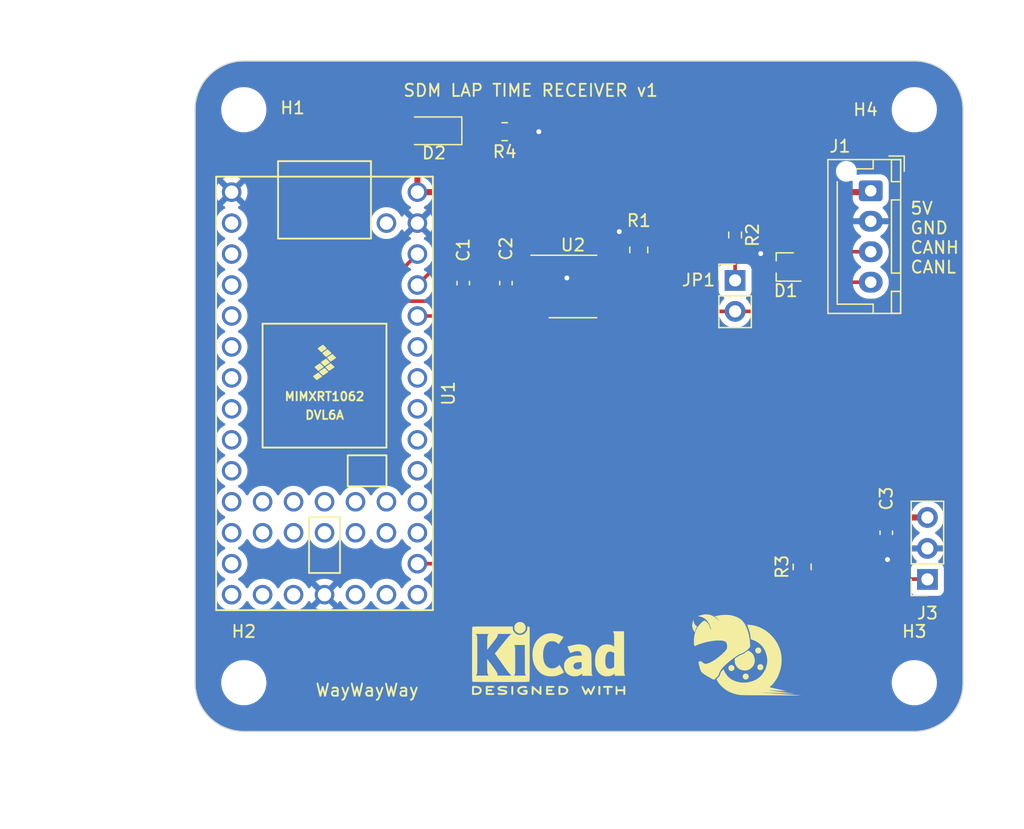
<source format=kicad_pcb>
(kicad_pcb (version 20221018) (generator pcbnew)
  (layers (0 "F.Cu" signal) (31 "B.Cu" signal) (34 "B.Paste" user) (35 "F.Paste" user) (36 "B.SilkS" user "B.Silkscreen") (37 "F.SilkS" user "F.Silkscreen") (38 "B.Mask" user) (39 "F.Mask" user) (44 "Edge.Cuts" user))
  (net 0 "")
  (net 1 "+3.3V")
  (net 2 "GND")
  (net 3 "/CANH")
  (net 4 "+5V")
  (net 5 "/IRout")
  (net 6 "Net-(JP1-A)")
  (net 7 "Net-(U2-Rs)")
  (net 20 "/CTX")
  (net 21 "/CRX")
  (net 46 "/CANL")
  (net 48 "Net-(D2-K)")
  (footprint "Symbol:KiCad-Logo2_5mm_SilkScreen" (layer "F.Cu") (at 160 117)
    (fp_text reference "REF**" hide)
    (fp_text value "KiCad-Logo2_5mm_SilkScreen" hide)
  )
  (footprint "Capacitor_SMD:C_0603_1608Metric" (layer "F.Cu") (at 187.7 106.7 90)
    (fp_text reference "C3" (at 2.8 0 90) (layer "F.SilkS"))
    (fp_text value "100nF" hide)
    (pad "1" smd roundrect (at -0.775 0 90) (size 0.9 0.95) (layers "F.Cu" "F.Paste" "F.Mask") (net 2 "GND"))
    (pad "2" smd roundrect (at 0.775 0 90) (size 0.9 0.95) (layers "F.Cu" "F.Paste" "F.Mask") (net 1 "+3.3V"))
  )
  (footprint "MountingHole:MountingHole_3.2mm_M3" (layer "F.Cu") (at 135 119)
    (fp_text reference "H2" (at 0 -4.2) (layer "F.SilkS"))
    (fp_text value "MountingHole")
    (pad "" np_thru_hole circle (at 0 0) (size 3.2 3.2) (drill 3.2) (layers "*.Cu" "*.Mask"))
  )
  (footprint "Resistor_SMD:R_0805_2012Metric_Pad1.20x1.40mm_HandSolder" (layer "F.Cu") (at 180.8 109.5 90)
    (fp_text reference "R3" (at 0 -1.65 90) (layer "F.SilkS"))
    (fp_text value "10k" hide)
    (pad "1" smd roundrect (at -1 0 90) (size 1.2 1.4) (layers "F.Cu" "F.Paste" "F.Mask") (roundrect_rratio 0.2083333333) (net 5 "/IRout"))
    (pad "2" smd roundrect (at 1 0 90) (size 1.2 1.4) (layers "F.Cu" "F.Paste" "F.Mask") (roundrect_rratio 0.2083333333) (net 1 "+3.3V"))
  )
  (footprint "MountingHole:MountingHole_3.2mm_M3" (layer "F.Cu") (at 135 72)
    (fp_text reference "H1" (at 4 -0.15) (layer "F.SilkS"))
    (fp_text value "MountingHole")
    (pad "" np_thru_hole circle (at 0 0) (size 3.2 3.2) (drill 3.2) (layers "*.Cu" "*.Mask"))
  )
  (footprint "LED_SMD:LED_1206_3216Metric" (layer "F.Cu") (at 150.6 73.73 180)
    (fp_text reference "D2" (at 0 -1.82) (layer "F.SilkS"))
    (fp_text value "RED")
    (pad "1" smd roundrect (at -1.4 0 180) (size 1.25 1.75) (layers "F.Cu" "F.Paste" "F.Mask") (roundrect_rratio 0.2) (net 48 "Net-(D2-K)"))
    (pad "2" smd roundrect (at 1.4 0 180) (size 1.25 1.75) (layers "F.Cu" "F.Paste" "F.Mask") (roundrect_rratio 0.2) (net 4 "+5V"))
  )
  (footprint "LOGO" (layer "F.Cu") (at 176 117)
    (fp_text reference "G***" hide)
    (fp_text value "LOGO" hide)
  )
  (footprint "Resistor_SMD:R_0805_2012Metric" (layer "F.Cu") (at 156.4 73.8 180)
    (fp_text reference "R4" (at 0 -1.65) (layer "F.SilkS"))
    (fp_text value "160")
    (pad "1" smd roundrect (at -0.9125 0 180) (size 1.025 1.4) (layers "F.Cu" "F.Paste" "F.Mask") (roundrect_rratio 0.243902439) (net 2 "GND"))
    (pad "2" smd roundrect (at 0.9125 0 180) (size 1.025 1.4) (layers "F.Cu" "F.Paste" "F.Mask") (roundrect_rratio 0.243902439) (net 48 "Net-(D2-K)"))
  )
  (footprint "MountingHole:MountingHole_3.2mm_M3" (layer "F.Cu") (at 190 119)
    (fp_text reference "H3" (at 0 -4.2) (layer "F.SilkS"))
    (fp_text value "MountingHole")
    (pad "" np_thru_hole circle (at 0 0) (size 3.2 3.2) (drill 3.2) (layers "*.Cu" "*.Mask"))
  )
  (footprint "Package_TO_SOT_SMD:SOT-323_SC-70" (layer "F.Cu") (at 179.4 84.9 180)
    (fp_text reference "D1" (at -0.05 -1.95) (layer "F.SilkS"))
    (fp_text value "D_TVS_Dual_AAC")
    (pad "1" smd rect (at -1 -0.65 90) (size 0.45 0.7) (layers "F.Cu" "F.Paste" "F.Mask") (net 46 "/CANL"))
    (pad "2" smd rect (at -1 0.65 90) (size 0.45 0.7) (layers "F.Cu" "F.Paste" "F.Mask") (net 3 "/CANH"))
    (pad "3" smd rect (at 1 0 90) (size 0.45 0.7) (layers "F.Cu" "F.Paste" "F.Mask") (net 2 "GND"))
  )
  (footprint "Connector_PinHeader_2.54mm:PinHeader_1x02_P2.54mm_Vertical" (layer "F.Cu") (at 175.3 86)
    (fp_text reference "JP1" (at -3 -0.025) (layer "F.SilkS"))
    (fp_text value "Bus_Termination" hide)
    (pad "1" thru_hole rect (at 0 0) (size 1.7 1.7) (drill 1) (layers "*.Cu" "*.Mask") (net 6 "Net-(JP1-A)"))
    (pad "2" thru_hole oval (at 0 2.54) (size 1.7 1.7) (drill 1) (layers "*.Cu" "*.Mask") (net 46 "/CANL"))
  )
  (footprint "MountingHole:MountingHole_3.2mm_M3" (layer "F.Cu") (at 190 72)
    (fp_text reference "H4" (at -4 0) (layer "F.SilkS"))
    (fp_text value "MountingHole")
    (pad "" np_thru_hole circle (at 0 0) (size 3.2 3.2) (drill 3.2) (layers "*.Cu" "*.Mask"))
  )
  (footprint "Capacitor_SMD:C_0603_1608Metric" (layer "F.Cu") (at 153 86.225 90)
    (fp_text reference "C1" (at 2.725 0 90) (layer "F.SilkS"))
    (fp_text value "100nF")
    (pad "1" smd roundrect (at -0.775 0 90) (size 0.9 0.95) (layers "F.Cu" "F.Paste" "F.Mask") (net 1 "+3.3V"))
    (pad "2" smd roundrect (at 0.775 0 90) (size 0.9 0.95) (layers "F.Cu" "F.Paste" "F.Mask") (net 2 "GND"))
  )
  (footprint "Connector_JST:JST_XH_B4B-XH-AM_1x04_P2.50mm_Vertical" (layer "F.Cu") (at 186.425 78.65 -90)
    (fp_text reference "J1" (at -3.65 2.525) (layer "F.SilkS"))
    (fp_text value "Conn_01x04_Pin" hide)
    (pad "" np_thru_hole circle (at -1.6 2 270) (size 1.2 1.2) (drill 1.2) (layers "*.Cu" "*.Mask"))
    (pad "1" thru_hole roundrect (at 0 0 270) (size 1.7 1.95) (drill 0.95) (layers "*.Cu" "*.Mask") (roundrect_rratio 0.1470588235) (net 4 "+5V"))
    (pad "2" thru_hole oval (at 2.5 0 270) (size 1.7 1.95) (drill 0.95) (layers "*.Cu" "*.Mask") (net 2 "GND"))
    (pad "3" thru_hole oval (at 5 0 270) (size 1.7 1.95) (drill 0.95) (layers "*.Cu" "*.Mask") (net 3 "/CANH"))
    (pad "4" thru_hole oval (at 7.5 0 270) (size 1.7 1.95) (drill 0.95) (layers "*.Cu" "*.Mask") (net 46 "/CANL"))
  )
  (footprint "Package_SO:SOIC-8_3.9x4.9mm_P1.27mm" (layer "F.Cu") (at 162 86.5)
    (fp_text reference "U2" (at 0 -3.4) (layer "F.SilkS"))
    (fp_text value "SN65HVD230" hide)
    (pad "1" smd roundrect (at -2.475 -1.905) (size 1.95 0.6) (layers "F.Cu" "F.Paste" "F.Mask") (net 21 "/CRX"))
    (pad "2" smd roundrect (at -2.475 -0.635) (size 1.95 0.6) (layers "F.Cu" "F.Paste" "F.Mask") (net 2 "GND"))
    (pad "3" smd roundrect (at -2.475 0.635) (size 1.95 0.6) (layers "F.Cu" "F.Paste" "F.Mask") (net 1 "+3.3V"))
    (pad "4" smd roundrect (at -2.475 1.905) (size 1.95 0.6) (layers "F.Cu" "F.Paste" "F.Mask") (net 20 "/CTX"))
    (pad "5" smd roundrect (at 2.475 1.905) (size 1.95 0.6) (layers "F.Cu" "F.Paste" "F.Mask"))
    (pad "6" smd roundrect (at 2.475 0.635) (size 1.95 0.6) (layers "F.Cu" "F.Paste" "F.Mask") (net 46 "/CANL"))
    (pad "7" smd roundrect (at 2.475 -0.635) (size 1.95 0.6) (layers "F.Cu" "F.Paste" "F.Mask") (net 3 "/CANH"))
    (pad "8" smd roundrect (at 2.475 -1.905) (size 1.95 0.6) (layers "F.Cu" "F.Paste" "F.Mask") (net 7 "Net-(U2-Rs)"))
  )
  (footprint "Capacitor_SMD:C_0603_1608Metric" (layer "F.Cu") (at 156.5 86.225 90)
    (fp_text reference "C2" (at 2.825 0 90) (layer "F.SilkS"))
    (fp_text value "100nF")
    (pad "1" smd roundrect (at -0.775 0 90) (size 0.9 0.95) (layers "F.Cu" "F.Paste" "F.Mask") (net 1 "+3.3V"))
    (pad "2" smd roundrect (at 0.775 0 90) (size 0.9 0.95) (layers "F.Cu" "F.Paste" "F.Mask") (net 2 "GND"))
  )
  (footprint "teensy:Teensy40" (layer "F.Cu") (at 141.62 95.27 -90)
    (fp_text reference "U1" (at 0 -10.16 90) (layer "F.SilkS"))
    (fp_text value "Teensy4.0")
    (fp_text user "DVL6A" (at 1.778 0) (layer "F.SilkS") (effects (font (size 0.7 0.7))))
    (fp_text user "MIMXRT1062" (at 0.254 0) (layer "F.SilkS") (effects (font (size 0.7 0.7))))
    (pad "1" thru_hole circle (at -16.51 7.62 270) (size 1.6 1.6) (drill 1.1) (layers "*.Cu" "*.Mask") (net 2 "GND"))
    (pad "2" thru_hole circle (at -13.97 7.62 270) (size 1.6 1.6) (drill 1.1) (layers "*.Cu" "*.Mask"))
    (pad "3" thru_hole circle (at -11.43 7.62 270) (size 1.6 1.6) (drill 1.1) (layers "*.Cu" "*.Mask"))
    (pad "4" thru_hole circle (at -8.89 7.62 270) (size 1.6 1.6) (drill 1.1) (layers "*.Cu" "*.Mask"))
    (pad "5" thru_hole circle (at -6.35 7.62 270) (size 1.6 1.6) (drill 1.1) (layers "*.Cu" "*.Mask"))
    (pad "6" thru_hole circle (at -3.81 7.62 270) (size 1.6 1.6) (drill 1.1) (layers "*.Cu" "*.Mask"))
    (pad "7" thru_hole circle (at -1.27 7.62 270) (size 1.6 1.6) (drill 1.1) (layers "*.Cu" "*.Mask"))
    (pad "8" thru_hole circle (at 1.27 7.62 270) (size 1.6 1.6) (drill 1.1) (layers "*.Cu" "*.Mask"))
    (pad "9" thru_hole circle (at 3.81 7.62 270) (size 1.6 1.6) (drill 1.1) (layers "*.Cu" "*.Mask"))
    (pad "10" thru_hole circle (at 6.35 7.62 270) (size 1.6 1.6) (drill 1.1) (layers "*.Cu" "*.Mask"))
    (pad "11" thru_hole circle (at 8.89 7.62 270) (size 1.6 1.6) (drill 1.1) (layers "*.Cu" "*.Mask"))
    (pad "12" thru_hole circle (at 11.43 7.62 270) (size 1.6 1.6) (drill 1.1) (layers "*.Cu" "*.Mask"))
    (pad "13" thru_hole circle (at 13.97 7.62 270) (size 1.6 1.6) (drill 1.1) (layers "*.Cu" "*.Mask"))
    (pad "14" thru_hole circle (at 16.51 7.62 270) (size 1.6 1.6) (drill 1.1) (layers "*.Cu" "*.Mask"))
    (pad "15" thru_hole circle (at 16.51 5.08 270) (size 1.6 1.6) (drill 1.1) (layers "*.Cu" "*.Mask"))
    (pad "16" thru_hole circle (at 16.51 2.54 270) (size 1.6 1.6) (drill 1.1) (layers "*.Cu" "*.Mask"))
    (pad "17" thru_hole circle (at 16.51 0 270) (size 1.6 1.6) (drill 1.1) (layers "*.Cu" "*.Mask") (net 2 "GND"))
    (pad "18" thru_hole circle (at 16.51 -2.54 270) (size 1.6 1.6) (drill 1.1) (layers "*.Cu" "*.Mask"))
    (pad "19" thru_hole circle (at 16.51 -5.08 270) (size 1.6 1.6) (drill 1.1) (layers "*.Cu" "*.Mask"))
    (pad "20" thru_hole circle (at 16.51 -7.62 270) (size 1.6 1.6) (drill 1.1) (layers "*.Cu" "*.Mask"))
    (pad "21" thru_hole circle (at 13.97 -7.62 270) (size 1.6 1.6) (drill 1.1) (layers "*.Cu" "*.Mask") (net 5 "/IRout"))
    (pad "22" thru_hole circle (at 11.43 -7.62 270) (size 1.6 1.6) (drill 1.1) (layers "*.Cu" "*.Mask"))
    (pad "23" thru_hole circle (at 8.89 -7.62 270) (size 1.6 1.6) (drill 1.1) (layers "*.Cu" "*.Mask"))
    (pad "24" thru_hole circle (at 6.35 -7.62 270) (size 1.6 1.6) (drill 1.1) (layers "*.Cu" "*.Mask"))
    (pad "25" thru_hole circle (at 3.81 -7.62 270) (size 1.6 1.6) (drill 1.1) (layers "*.Cu" "*.Mask"))
    (pad "26" thru_hole circle (at 1.27 -7.62 270) (size 1.6 1.6) (drill 1.1) (layers "*.Cu" "*.Mask"))
    (pad "27" thru_hole circle (at -1.27 -7.62 270) (size 1.6 1.6) (drill 1.1) (layers "*.Cu" "*.Mask"))
    (pad "28" thru_hole circle (at -3.81 -7.62 270) (size 1.6 1.6) (drill 1.1) (layers "*.Cu" "*.Mask"))
    (pad "29" thru_hole circle (at -6.35 -7.62 270) (size 1.6 1.6) (drill 1.1) (layers "*.Cu" "*.Mask") (net 20 "/CTX"))
    (pad "30" thru_hole circle (at -8.89 -7.62 270) (size 1.6 1.6) (drill 1.1) (layers "*.Cu" "*.Mask") (net 21 "/CRX"))
    (pad "31" thru_hole circle (at -11.43 -7.62 270) (size 1.6 1.6) (drill 1.1) (layers "*.Cu" "*.Mask") (net 1 "+3.3V"))
    (pad "32" thru_hole circle (at -13.97 -7.62 270) (size 1.6 1.6) (drill 1.1) (layers "*.Cu" "*.Mask") (net 2 "GND"))
    (pad "33" thru_hole circle (at -16.51 -7.62 270) (size 1.6 1.6) (drill 1.1) (layers "*.Cu" "*.Mask") (net 4 "+5V"))
    (pad "34" thru_hole circle (at -13.97 -5.08 270) (size 1.6 1.6) (drill 1.1) (layers "*.Cu" "*.Mask"))
    (pad "35" thru_hole circle (at 11.43 -5.08 270) (size 1.6 1.6) (drill 1.1) (layers "*.Cu" "*.Mask"))
    (pad "36" thru_hole circle (at 8.89 -5.08 270) (size 1.6 1.6) (drill 1.1) (layers "*.Cu" "*.Mask"))
    (pad "37" thru_hole circle (at 11.43 -2.54 270) (size 1.6 1.6) (drill 1.1) (layers "*.Cu" "*.Mask"))
    (pad "38" thru_hole circle (at 8.89 -2.54 270) (size 1.6 1.6) (drill 1.1) (layers "*.Cu" "*.Mask"))
    (pad "39" thru_hole circle (at 11.43 0 270) (size 1.6 1.6) (drill 1.1) (layers "*.Cu" "*.Mask"))
    (pad "40" thru_hole circle (at 8.89 0 270) (size 1.6 1.6) (drill 1.1) (layers "*.Cu" "*.Mask"))
    (pad "41" thru_hole circle (at 11.43 2.54 270) (size 1.6 1.6) (drill 1.1) (layers "*.Cu" "*.Mask"))
    (pad "42" thru_hole circle (at 8.89 2.54 270) (size 1.6 1.6) (drill 1.1) (layers "*.Cu" "*.Mask"))
    (pad "43" thru_hole circle (at 11.43 5.08 270) (size 1.6 1.6) (drill 1.1) (layers "*.Cu" "*.Mask"))
    (pad "44" thru_hole circle (at 8.89 5.08 270) (size 1.6 1.6) (drill 1.1) (layers "*.Cu" "*.Mask"))
  )
  (footprint "Resistor_SMD:R_0805_2012Metric" (layer "F.Cu") (at 167.4 83.5 90)
    (fp_text reference "R1" (at 2.4 0 180) (layer "F.SilkS"))
    (fp_text value "10k")
    (pad "1" smd roundrect (at -0.9125 0 90) (size 1.025 1.4) (layers "F.Cu" "F.Paste" "F.Mask") (roundrect_rratio 0.243902439) (net 7 "Net-(U2-Rs)"))
    (pad "2" smd roundrect (at 0.9125 0 90) (size 1.025 1.4) (layers "F.Cu" "F.Paste" "F.Mask") (roundrect_rratio 0.243902439) (net 2 "GND"))
  )
  (footprint "Connector_PinSocket_2.54mm:PinSocket_1x03_P2.54mm_Vertical" (layer "F.Cu") (at 191.075 110.525 180)
    (fp_text reference "J3" (at 0 -2.77) (layer "F.SilkS"))
    (fp_text value "IR Sensor")
    (pad "1" thru_hole rect (at 0 0 180) (size 1.7 1.7) (drill 1) (layers "*.Cu" "*.Mask") (net 5 "/IRout"))
    (pad "2" thru_hole oval (at 0 2.54 180) (size 1.7 1.7) (drill 1) (layers "*.Cu" "*.Mask") (net 2 "GND"))
    (pad "3" thru_hole oval (at 0 5.08 180) (size 1.7 1.7) (drill 1) (layers "*.Cu" "*.Mask") (net 1 "+3.3V"))
  )
  (footprint "Resistor_SMD:R_0603_1608Metric" (layer "F.Cu") (at 175.3 82.275 -90)
    (fp_text reference "R2" (at 0 -1.43 -90) (layer "F.SilkS"))
    (fp_text value "120")
    (pad "1" smd roundrect (at -0.825 0 270) (size 0.8 0.95) (layers "F.Cu" "F.Paste" "F.Mask") (net 3 "/CANH"))
    (pad "2" smd roundrect (at 0.825 0 270) (size 0.8 0.95) (layers "F.Cu" "F.Paste" "F.Mask") (net 6 "Net-(JP1-A)"))
  )
  (gr_line (start 135 68) (end 190 68) (stroke (width 0.1)) (layer "Edge.Cuts"))
  (gr_arc (start 131 72) (mid 132.171573 69.171573) (end 135 68) (stroke (width 0.1)) (layer "Edge.Cuts"))
  (gr_line (start 190 123) (end 135 123) (stroke (width 0.1)) (layer "Edge.Cuts"))
  (gr_line (start 194 72) (end 194 119) (stroke (width 0.1)) (layer "Edge.Cuts"))
  (gr_arc (start 194 119) (mid 192.828427 121.828427) (end 190 123) (stroke (width 0.1)) (layer "Edge.Cuts"))
  (gr_arc (start 190 68) (mid 192.828427 69.171573) (end 194 72) (stroke (width 0.1)) (layer "Edge.Cuts"))
  (gr_line (start 131 119) (end 131 72) (stroke (width 0.1)) (layer "Edge.Cuts"))
  (gr_arc (start 135 123) (mid 132.171573 121.828427) (end 131 119) (stroke (width 0.1)) (layer "Edge.Cuts"))
  (gr_text "5V\nGND\nCANH\nCANL" (at 189.6 85.5) (layer "F.SilkS") (effects (font (size 1 1)) (justify left bottom)))
  (gr_text "SDM LAP TIME RECEIVER v1" (at 148 71) (layer "F.SilkS") (effects (font (size 1 1)) (justify left bottom)))
  (gr_text "WayWayWay" (at 140.8 120.2) (layer "F.SilkS") (effects (font (size 1 1)) (justify left bottom)))
  (segment (start 152.3 87.7) (end 153 87) (width 0.3) (layer "F.Cu") (net 1))
  (segment (start 186.575 105.925) (end 184 108.5) (width 0.5) (layer "F.Cu") (net 1))
  (segment (start 179.2 108.5) (end 161.7 91) (width 0.5) (layer "F.Cu") (net 1))
  (segment (start 161.7 91) (end 161.7 89.6) (width 0.5) (layer "F.Cu") (net 1))
  (segment (start 147.4 85.68) (end 147.4 87.3) (width 0.3) (layer "F.Cu") (net 1))
  (segment (start 159.525 87.135) (end 160.835 87.135) (width 0.5) (layer "F.Cu") (net 1))
  (segment (start 188.875 105.925) (end 187.7 105.925) (width 0.5) (layer "F.Cu") (net 1))
  (segment (start 157.6 87) (end 157.735 87.135) (width 0.5) (layer "F.Cu") (net 1))
  (segment (start 147.8 87.7) (end 152.3 87.7) (width 0.3) (layer "F.Cu") (net 1))
  (segment (start 160.835 87.135) (end 161.7 88) (width 0.5) (layer "F.Cu") (net 1))
  (segment (start 161.7 88) (end 161.7 89.6) (width 0.5) (layer "F.Cu") (net 1))
  (segment (start 184 108.5) (end 180.8 108.5) (width 0.5) (layer "F.Cu") (net 1))
  (segment (start 153 87) (end 156.5 87) (width 0.5) (layer "F.Cu") (net 1))
  (segment (start 189.355 105.445) (end 188.875 105.925) (width 0.5) (layer "F.Cu") (net 1))
  (segment (start 180.8 108.5) (end 179.2 108.5) (width 0.5) (layer "F.Cu") (net 1))
  (segment (start 147.4 87.3) (end 147.8 87.7) (width 0.3) (layer "F.Cu") (net 1))
  (segment (start 156.5 87) (end 157.6 87) (width 0.5) (layer "F.Cu") (net 1))
  (segment (start 187.7 105.925) (end 186.575 105.925) (width 0.5) (layer "F.Cu") (net 1))
  (segment (start 191.075 105.445) (end 189.355 105.445) (width 0.5) (layer "F.Cu") (net 1))
  (segment (start 149.24 83.84) (end 147.4 85.68) (width 0.3) (layer "F.Cu") (net 1))
  (segment (start 157.735 87.135) (end 159.525 87.135) (width 0.5) (layer "F.Cu") (net 1))
  (segment (start 178.4 84.9) (end 177.8 84.9) (width 0.3) (layer "F.Cu") (net 2))
  (segment (start 177.8 84.9) (end 177.4 84.5) (width 0.3) (layer "F.Cu") (net 2))
  (segment (start 187.7 107.475) (end 187.7 108.8) (width 0.5) (layer "F.Cu") (net 2))
  (segment (start 157.55 85.45) (end 157.965 85.865) (width 0.25) (layer "F.Cu") (net 2))
  (segment (start 187.7 108.8) (end 187.8 108.9) (width 0.5) (layer "F.Cu") (net 2))
  (segment (start 166.3875 82.5875) (end 165.8 82) (width 0.3) (layer "F.Cu") (net 2))
  (segment (start 167.4 82.5875) (end 166.3875 82.5875) (width 0.3) (layer "F.Cu") (net 2))
  (segment (start 156.5 85.45) (end 157.55 85.45) (width 0.25) (layer "F.Cu") (net 2))
  (segment (start 157.965 85.865) (end 159.525 85.865) (width 0.25) (layer "F.Cu") (net 2))
  (segment (start 157.3125 73.8) (end 159.2 73.8) (width 0.5) (layer "F.Cu") (net 2))
  (segment (start 177.4 84.5) (end 177.4 83.8) (width 0.3) (layer "F.Cu") (net 2))
  (segment (start 153 85.45) (end 156.5 85.45) (width 0.25) (layer "F.Cu") (net 2))
  (segment (start 161.435 85.865) (end 161.5 85.8) (width 0.25) (layer "F.Cu") (net 2))
  (segment (start 159.525 85.865) (end 161.435 85.865) (width 0.25) (layer "F.Cu") (net 2))
  (via (at 177.4 83.8) (size 0.8) (drill 0.4) (layers "F.Cu" "B.Cu") (net 2))
  (via (at 161.5 85.8) (size 0.8) (drill 0.4) (layers "F.Cu" "B.Cu") (net 2))
  (via (at 165.8 82) (size 0.8) (drill 0.4) (layers "F.Cu" "B.Cu") (net 2))
  (via (at 187.8 108.9) (size 0.8) (drill 0.4) (layers "F.Cu" "B.Cu") (net 2))
  (via (at 159.2 73.8) (size 0.8) (drill 0.4) (layers "F.Cu" "B.Cu") (net 2))
  (segment (start 177.25 81.45) (end 175.3 81.45) (width 0.3) (layer "F.Cu") (net 3))
  (segment (start 180.4 84.25) (end 180.05 84.25) (width 0.3) (layer "F.Cu") (net 3))
  (segment (start 169.935 85.865) (end 164.475 85.865) (width 0.3) (layer "F.Cu") (net 3))
  (segment (start 183.55 84.25) (end 180.4 84.25) (width 0.3) (layer "F.Cu") (net 3))
  (segment (start 180.05 84.25) (end 177.25 81.45) (width 0.3) (layer "F.Cu") (net 3))
  (segment (start 186.425 83.65) (end 184.15 83.65) (width 0.3) (layer "F.Cu") (net 3))
  (segment (start 175.3 81.45) (end 174.35 81.45) (width 0.3) (layer "F.Cu") (net 3))
  (segment (start 184.15 83.65) (end 183.55 84.25) (width 0.3) (layer "F.Cu") (net 3))
  (segment (start 174.35 81.45) (end 169.935 85.865) (width 0.3) (layer "F.Cu") (net 3))
  (segment (start 186.315 78.76) (end 186.425 78.65) (width 0.5) (layer "F.Cu") (net 4))
  (segment (start 149.24 78.76) (end 186.315 78.76) (width 0.5) (layer "F.Cu") (net 4))
  (segment (start 149.24 73.77) (end 149.2 73.73) (width 0.5) (layer "F.Cu") (net 4))
  (segment (start 149.24 78.76) (end 149.24 73.77) (width 0.5) (layer "F.Cu") (net 4))
  (segment (start 191.05 110.5) (end 191.075 110.525) (width 0.3) (layer "F.Cu") (net 5))
  (segment (start 177.9 110.5) (end 180.8 110.5) (width 0.3) (layer "F.Cu") (net 5))
  (segment (start 180.8 110.5) (end 191.05 110.5) (width 0.3) (layer "F.Cu") (net 5))
  (segment (start 149.24 109.24) (end 176.64 109.24) (width 0.3) (layer "F.Cu") (net 5))
  (segment (start 176.64 109.24) (end 177.9 110.5) (width 0.3) (layer "F.Cu") (net 5))
  (segment (start 175.3 83.1) (end 175.3 86) (width 0.3) (layer "F.Cu") (net 6))
  (segment (start 165.905 84.595) (end 166.0875 84.4125) (width 0.3) (layer "F.Cu") (net 7))
  (segment (start 166.0875 84.4125) (end 167.4 84.4125) (width 0.3) (layer "F.Cu") (net 7))
  (segment (start 164.475 84.595) (end 165.905 84.595) (width 0.3) (layer "F.Cu") (net 7))
  (segment (start 164.5 84.69) (end 164.69 84.5) (width 0.25) (layer "F.Cu") (net 7))
  (segment (start 157.095 88.405) (end 156.58 88.92) (width 0.3) (layer "F.Cu") (net 20))
  (segment (start 159.525 88.405) (end 157.095 88.405) (width 0.3) (layer "F.Cu") (net 20))
  (segment (start 156.58 88.92) (end 149.24 88.92) (width 0.3) (layer "F.Cu") (net 20))
  (segment (start 149.24 86.38) (end 149.24 86.492817) (width 0.25) (layer "F.Cu") (net 21))
  (segment (start 150.945 84.655) (end 151.3 84.3) (width 0.3) (layer "F.Cu") (net 21))
  (segment (start 149.24 86.876396) (end 149.24 86.38) (width 0.25) (layer "F.Cu") (net 21))
  (segment (start 159.535 84.675) (end 159.55 84.69) (width 0.25) (layer "F.Cu") (net 21))
  (segment (start 157.795 84.595) (end 159.525 84.595) (width 0.3) (layer "F.Cu") (net 21))
  (segment (start 150.945 84.675) (end 150.945 84.655) (width 0.3) (layer "F.Cu") (net 21))
  (segment (start 149.24 86.38) (end 150.945 84.675) (width 0.3) (layer "F.Cu") (net 21))
  (segment (start 157.5 84.3) (end 157.795 84.595) (width 0.3) (layer "F.Cu") (net 21))
  (segment (start 151.3 84.3) (end 157.5 84.3) (width 0.3) (layer "F.Cu") (net 21))
  (segment (start 164.475 87.135) (end 169.735 87.135) (width 0.3) (layer "F.Cu") (net 46))
  (segment (start 186.425 86.15) (end 184.25 86.15) (width 0.3) (layer "F.Cu") (net 46))
  (segment (start 171.14 88.54) (end 175.3 88.54) (width 0.3) (layer "F.Cu") (net 46))
  (segment (start 169.735 87.135) (end 171.14 88.54) (width 0.3) (layer "F.Cu") (net 46))
  (segment (start 184.25 86.15) (end 183.65 85.55) (width 0.3) (layer "F.Cu") (net 46))
  (segment (start 180.4 85.55) (end 179.65 85.55) (width 0.3) (layer "F.Cu") (net 46))
  (segment (start 183.65 85.55) (end 180.4 85.55) (width 0.3) (layer "F.Cu") (net 46))
  (segment (start 176.66 88.54) (end 175.3 88.54) (width 0.3) (layer "F.Cu") (net 46))
  (segment (start 179.65 85.55) (end 176.66 88.54) (width 0.3) (layer "F.Cu") (net 46))
  (segment (start 164.5 87.23) (end 164.123249 87.23) (width 0.25) (layer "F.Cu") (net 46))
  (segment (start 153.63 73.73) (end 153.7 73.8) (width 0.5) (layer "F.Cu") (net 48))
  (segment (start 152 73.73) (end 153.63 73.73) (width 0.5) (layer "F.Cu") (net 48))
  (segment (start 153.7 73.8) (end 155.4875 73.8) (width 0.5) (layer "F.Cu") (net 48))
  (zone (net 2) (net_name "GND") (layer "B.Cu") (connect_pads (clearance 0.5)) (min_thickness 0.25) (fill yes (thermal_gap 0.5) (thermal_bridge_width 0.5))
    (polygon (pts (xy 115 63) (xy 199 63) (xy 199 131) (xy 116 131)))
  )
)
</source>
